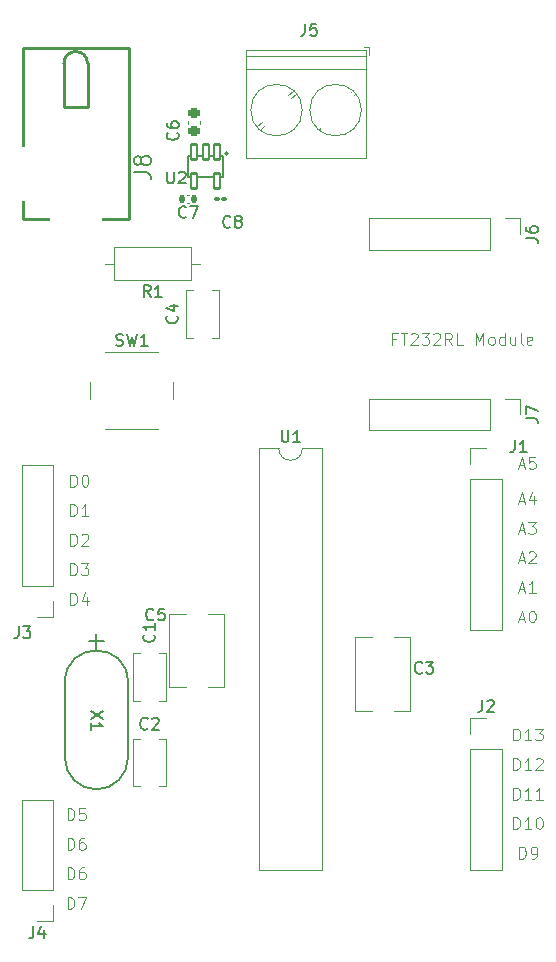
<source format=gto>
G04 #@! TF.GenerationSoftware,KiCad,Pcbnew,8.0.4*
G04 #@! TF.CreationDate,2024-11-21T22:47:59-05:00*
G04 #@! TF.ProjectId,MCU_ATMEGA328p_minimum,4d43555f-4154-44d4-9547-41333238705f,rev?*
G04 #@! TF.SameCoordinates,Original*
G04 #@! TF.FileFunction,Legend,Top*
G04 #@! TF.FilePolarity,Positive*
%FSLAX46Y46*%
G04 Gerber Fmt 4.6, Leading zero omitted, Abs format (unit mm)*
G04 Created by KiCad (PCBNEW 8.0.4) date 2024-11-21 22:47:59*
%MOMM*%
%LPD*%
G01*
G04 APERTURE LIST*
G04 Aperture macros list*
%AMRoundRect*
0 Rectangle with rounded corners*
0 $1 Rounding radius*
0 $2 $3 $4 $5 $6 $7 $8 $9 X,Y pos of 4 corners*
0 Add a 4 corners polygon primitive as box body*
4,1,4,$2,$3,$4,$5,$6,$7,$8,$9,$2,$3,0*
0 Add four circle primitives for the rounded corners*
1,1,$1+$1,$2,$3*
1,1,$1+$1,$4,$5*
1,1,$1+$1,$6,$7*
1,1,$1+$1,$8,$9*
0 Add four rect primitives between the rounded corners*
20,1,$1+$1,$2,$3,$4,$5,0*
20,1,$1+$1,$4,$5,$6,$7,0*
20,1,$1+$1,$6,$7,$8,$9,0*
20,1,$1+$1,$8,$9,$2,$3,0*%
G04 Aperture macros list end*
%ADD10C,0.100000*%
%ADD11C,0.150000*%
%ADD12C,0.120000*%
%ADD13C,0.254000*%
%ADD14C,0.127000*%
%ADD15C,0.152400*%
%ADD16RoundRect,0.100000X-0.130000X-0.100000X0.130000X-0.100000X0.130000X0.100000X-0.130000X0.100000X0*%
%ADD17R,1.700000X1.700000*%
%ADD18O,1.700000X1.700000*%
%ADD19C,4.704000*%
%ADD20C,1.600000*%
%ADD21R,2.600000X2.600000*%
%ADD22C,2.600000*%
%ADD23R,1.600000X1.600000*%
%ADD24O,1.600000X1.600000*%
%ADD25RoundRect,0.225000X0.250000X-0.225000X0.250000X0.225000X-0.250000X0.225000X-0.250000X-0.225000X0*%
%ADD26RoundRect,0.102000X0.275000X0.650000X-0.275000X0.650000X-0.275000X-0.650000X0.275000X-0.650000X0*%
%ADD27C,2.000000*%
%ADD28RoundRect,0.140000X0.140000X0.170000X-0.140000X0.170000X-0.140000X-0.170000X0.140000X-0.170000X0*%
%ADD29R,1.219200X1.219200*%
%ADD30C,1.219200*%
%ADD31C,0.600000*%
G04 APERTURE END LIST*
D10*
X111637217Y-61848609D02*
X111303884Y-61848609D01*
X111303884Y-62372419D02*
X111303884Y-61372419D01*
X111303884Y-61372419D02*
X111780074Y-61372419D01*
X112018170Y-61372419D02*
X112589598Y-61372419D01*
X112303884Y-62372419D02*
X112303884Y-61372419D01*
X112875313Y-61467657D02*
X112922932Y-61420038D01*
X112922932Y-61420038D02*
X113018170Y-61372419D01*
X113018170Y-61372419D02*
X113256265Y-61372419D01*
X113256265Y-61372419D02*
X113351503Y-61420038D01*
X113351503Y-61420038D02*
X113399122Y-61467657D01*
X113399122Y-61467657D02*
X113446741Y-61562895D01*
X113446741Y-61562895D02*
X113446741Y-61658133D01*
X113446741Y-61658133D02*
X113399122Y-61800990D01*
X113399122Y-61800990D02*
X112827694Y-62372419D01*
X112827694Y-62372419D02*
X113446741Y-62372419D01*
X113780075Y-61372419D02*
X114399122Y-61372419D01*
X114399122Y-61372419D02*
X114065789Y-61753371D01*
X114065789Y-61753371D02*
X114208646Y-61753371D01*
X114208646Y-61753371D02*
X114303884Y-61800990D01*
X114303884Y-61800990D02*
X114351503Y-61848609D01*
X114351503Y-61848609D02*
X114399122Y-61943847D01*
X114399122Y-61943847D02*
X114399122Y-62181942D01*
X114399122Y-62181942D02*
X114351503Y-62277180D01*
X114351503Y-62277180D02*
X114303884Y-62324800D01*
X114303884Y-62324800D02*
X114208646Y-62372419D01*
X114208646Y-62372419D02*
X113922932Y-62372419D01*
X113922932Y-62372419D02*
X113827694Y-62324800D01*
X113827694Y-62324800D02*
X113780075Y-62277180D01*
X114780075Y-61467657D02*
X114827694Y-61420038D01*
X114827694Y-61420038D02*
X114922932Y-61372419D01*
X114922932Y-61372419D02*
X115161027Y-61372419D01*
X115161027Y-61372419D02*
X115256265Y-61420038D01*
X115256265Y-61420038D02*
X115303884Y-61467657D01*
X115303884Y-61467657D02*
X115351503Y-61562895D01*
X115351503Y-61562895D02*
X115351503Y-61658133D01*
X115351503Y-61658133D02*
X115303884Y-61800990D01*
X115303884Y-61800990D02*
X114732456Y-62372419D01*
X114732456Y-62372419D02*
X115351503Y-62372419D01*
X116351503Y-62372419D02*
X116018170Y-61896228D01*
X115780075Y-62372419D02*
X115780075Y-61372419D01*
X115780075Y-61372419D02*
X116161027Y-61372419D01*
X116161027Y-61372419D02*
X116256265Y-61420038D01*
X116256265Y-61420038D02*
X116303884Y-61467657D01*
X116303884Y-61467657D02*
X116351503Y-61562895D01*
X116351503Y-61562895D02*
X116351503Y-61705752D01*
X116351503Y-61705752D02*
X116303884Y-61800990D01*
X116303884Y-61800990D02*
X116256265Y-61848609D01*
X116256265Y-61848609D02*
X116161027Y-61896228D01*
X116161027Y-61896228D02*
X115780075Y-61896228D01*
X117256265Y-62372419D02*
X116780075Y-62372419D01*
X116780075Y-62372419D02*
X116780075Y-61372419D01*
X118351504Y-62372419D02*
X118351504Y-61372419D01*
X118351504Y-61372419D02*
X118684837Y-62086704D01*
X118684837Y-62086704D02*
X119018170Y-61372419D01*
X119018170Y-61372419D02*
X119018170Y-62372419D01*
X119637218Y-62372419D02*
X119541980Y-62324800D01*
X119541980Y-62324800D02*
X119494361Y-62277180D01*
X119494361Y-62277180D02*
X119446742Y-62181942D01*
X119446742Y-62181942D02*
X119446742Y-61896228D01*
X119446742Y-61896228D02*
X119494361Y-61800990D01*
X119494361Y-61800990D02*
X119541980Y-61753371D01*
X119541980Y-61753371D02*
X119637218Y-61705752D01*
X119637218Y-61705752D02*
X119780075Y-61705752D01*
X119780075Y-61705752D02*
X119875313Y-61753371D01*
X119875313Y-61753371D02*
X119922932Y-61800990D01*
X119922932Y-61800990D02*
X119970551Y-61896228D01*
X119970551Y-61896228D02*
X119970551Y-62181942D01*
X119970551Y-62181942D02*
X119922932Y-62277180D01*
X119922932Y-62277180D02*
X119875313Y-62324800D01*
X119875313Y-62324800D02*
X119780075Y-62372419D01*
X119780075Y-62372419D02*
X119637218Y-62372419D01*
X120827694Y-62372419D02*
X120827694Y-61372419D01*
X120827694Y-62324800D02*
X120732456Y-62372419D01*
X120732456Y-62372419D02*
X120541980Y-62372419D01*
X120541980Y-62372419D02*
X120446742Y-62324800D01*
X120446742Y-62324800D02*
X120399123Y-62277180D01*
X120399123Y-62277180D02*
X120351504Y-62181942D01*
X120351504Y-62181942D02*
X120351504Y-61896228D01*
X120351504Y-61896228D02*
X120399123Y-61800990D01*
X120399123Y-61800990D02*
X120446742Y-61753371D01*
X120446742Y-61753371D02*
X120541980Y-61705752D01*
X120541980Y-61705752D02*
X120732456Y-61705752D01*
X120732456Y-61705752D02*
X120827694Y-61753371D01*
X121732456Y-61705752D02*
X121732456Y-62372419D01*
X121303885Y-61705752D02*
X121303885Y-62229561D01*
X121303885Y-62229561D02*
X121351504Y-62324800D01*
X121351504Y-62324800D02*
X121446742Y-62372419D01*
X121446742Y-62372419D02*
X121589599Y-62372419D01*
X121589599Y-62372419D02*
X121684837Y-62324800D01*
X121684837Y-62324800D02*
X121732456Y-62277180D01*
X122351504Y-62372419D02*
X122256266Y-62324800D01*
X122256266Y-62324800D02*
X122208647Y-62229561D01*
X122208647Y-62229561D02*
X122208647Y-61372419D01*
X123113409Y-62324800D02*
X123018171Y-62372419D01*
X123018171Y-62372419D02*
X122827695Y-62372419D01*
X122827695Y-62372419D02*
X122732457Y-62324800D01*
X122732457Y-62324800D02*
X122684838Y-62229561D01*
X122684838Y-62229561D02*
X122684838Y-61848609D01*
X122684838Y-61848609D02*
X122732457Y-61753371D01*
X122732457Y-61753371D02*
X122827695Y-61705752D01*
X122827695Y-61705752D02*
X123018171Y-61705752D01*
X123018171Y-61705752D02*
X123113409Y-61753371D01*
X123113409Y-61753371D02*
X123161028Y-61848609D01*
X123161028Y-61848609D02*
X123161028Y-61943847D01*
X123161028Y-61943847D02*
X122684838Y-62039085D01*
X84053884Y-79372419D02*
X84053884Y-78372419D01*
X84053884Y-78372419D02*
X84291979Y-78372419D01*
X84291979Y-78372419D02*
X84434836Y-78420038D01*
X84434836Y-78420038D02*
X84530074Y-78515276D01*
X84530074Y-78515276D02*
X84577693Y-78610514D01*
X84577693Y-78610514D02*
X84625312Y-78800990D01*
X84625312Y-78800990D02*
X84625312Y-78943847D01*
X84625312Y-78943847D02*
X84577693Y-79134323D01*
X84577693Y-79134323D02*
X84530074Y-79229561D01*
X84530074Y-79229561D02*
X84434836Y-79324800D01*
X84434836Y-79324800D02*
X84291979Y-79372419D01*
X84291979Y-79372419D02*
X84053884Y-79372419D01*
X85006265Y-78467657D02*
X85053884Y-78420038D01*
X85053884Y-78420038D02*
X85149122Y-78372419D01*
X85149122Y-78372419D02*
X85387217Y-78372419D01*
X85387217Y-78372419D02*
X85482455Y-78420038D01*
X85482455Y-78420038D02*
X85530074Y-78467657D01*
X85530074Y-78467657D02*
X85577693Y-78562895D01*
X85577693Y-78562895D02*
X85577693Y-78658133D01*
X85577693Y-78658133D02*
X85530074Y-78800990D01*
X85530074Y-78800990D02*
X84958646Y-79372419D01*
X84958646Y-79372419D02*
X85577693Y-79372419D01*
X122006265Y-78086704D02*
X122482455Y-78086704D01*
X121911027Y-78372419D02*
X122244360Y-77372419D01*
X122244360Y-77372419D02*
X122577693Y-78372419D01*
X122815789Y-77372419D02*
X123434836Y-77372419D01*
X123434836Y-77372419D02*
X123101503Y-77753371D01*
X123101503Y-77753371D02*
X123244360Y-77753371D01*
X123244360Y-77753371D02*
X123339598Y-77800990D01*
X123339598Y-77800990D02*
X123387217Y-77848609D01*
X123387217Y-77848609D02*
X123434836Y-77943847D01*
X123434836Y-77943847D02*
X123434836Y-78181942D01*
X123434836Y-78181942D02*
X123387217Y-78277180D01*
X123387217Y-78277180D02*
X123339598Y-78324800D01*
X123339598Y-78324800D02*
X123244360Y-78372419D01*
X123244360Y-78372419D02*
X122958646Y-78372419D01*
X122958646Y-78372419D02*
X122863408Y-78324800D01*
X122863408Y-78324800D02*
X122815789Y-78277180D01*
X122006265Y-80586704D02*
X122482455Y-80586704D01*
X121911027Y-80872419D02*
X122244360Y-79872419D01*
X122244360Y-79872419D02*
X122577693Y-80872419D01*
X122863408Y-79967657D02*
X122911027Y-79920038D01*
X122911027Y-79920038D02*
X123006265Y-79872419D01*
X123006265Y-79872419D02*
X123244360Y-79872419D01*
X123244360Y-79872419D02*
X123339598Y-79920038D01*
X123339598Y-79920038D02*
X123387217Y-79967657D01*
X123387217Y-79967657D02*
X123434836Y-80062895D01*
X123434836Y-80062895D02*
X123434836Y-80158133D01*
X123434836Y-80158133D02*
X123387217Y-80300990D01*
X123387217Y-80300990D02*
X122815789Y-80872419D01*
X122815789Y-80872419D02*
X123434836Y-80872419D01*
X84053884Y-76872419D02*
X84053884Y-75872419D01*
X84053884Y-75872419D02*
X84291979Y-75872419D01*
X84291979Y-75872419D02*
X84434836Y-75920038D01*
X84434836Y-75920038D02*
X84530074Y-76015276D01*
X84530074Y-76015276D02*
X84577693Y-76110514D01*
X84577693Y-76110514D02*
X84625312Y-76300990D01*
X84625312Y-76300990D02*
X84625312Y-76443847D01*
X84625312Y-76443847D02*
X84577693Y-76634323D01*
X84577693Y-76634323D02*
X84530074Y-76729561D01*
X84530074Y-76729561D02*
X84434836Y-76824800D01*
X84434836Y-76824800D02*
X84291979Y-76872419D01*
X84291979Y-76872419D02*
X84053884Y-76872419D01*
X85577693Y-76872419D02*
X85006265Y-76872419D01*
X85291979Y-76872419D02*
X85291979Y-75872419D01*
X85291979Y-75872419D02*
X85196741Y-76015276D01*
X85196741Y-76015276D02*
X85101503Y-76110514D01*
X85101503Y-76110514D02*
X85006265Y-76158133D01*
X121553884Y-100872419D02*
X121553884Y-99872419D01*
X121553884Y-99872419D02*
X121791979Y-99872419D01*
X121791979Y-99872419D02*
X121934836Y-99920038D01*
X121934836Y-99920038D02*
X122030074Y-100015276D01*
X122030074Y-100015276D02*
X122077693Y-100110514D01*
X122077693Y-100110514D02*
X122125312Y-100300990D01*
X122125312Y-100300990D02*
X122125312Y-100443847D01*
X122125312Y-100443847D02*
X122077693Y-100634323D01*
X122077693Y-100634323D02*
X122030074Y-100729561D01*
X122030074Y-100729561D02*
X121934836Y-100824800D01*
X121934836Y-100824800D02*
X121791979Y-100872419D01*
X121791979Y-100872419D02*
X121553884Y-100872419D01*
X123077693Y-100872419D02*
X122506265Y-100872419D01*
X122791979Y-100872419D02*
X122791979Y-99872419D01*
X122791979Y-99872419D02*
X122696741Y-100015276D01*
X122696741Y-100015276D02*
X122601503Y-100110514D01*
X122601503Y-100110514D02*
X122506265Y-100158133D01*
X124030074Y-100872419D02*
X123458646Y-100872419D01*
X123744360Y-100872419D02*
X123744360Y-99872419D01*
X123744360Y-99872419D02*
X123649122Y-100015276D01*
X123649122Y-100015276D02*
X123553884Y-100110514D01*
X123553884Y-100110514D02*
X123458646Y-100158133D01*
X83803884Y-110122419D02*
X83803884Y-109122419D01*
X83803884Y-109122419D02*
X84041979Y-109122419D01*
X84041979Y-109122419D02*
X84184836Y-109170038D01*
X84184836Y-109170038D02*
X84280074Y-109265276D01*
X84280074Y-109265276D02*
X84327693Y-109360514D01*
X84327693Y-109360514D02*
X84375312Y-109550990D01*
X84375312Y-109550990D02*
X84375312Y-109693847D01*
X84375312Y-109693847D02*
X84327693Y-109884323D01*
X84327693Y-109884323D02*
X84280074Y-109979561D01*
X84280074Y-109979561D02*
X84184836Y-110074800D01*
X84184836Y-110074800D02*
X84041979Y-110122419D01*
X84041979Y-110122419D02*
X83803884Y-110122419D01*
X84708646Y-109122419D02*
X85375312Y-109122419D01*
X85375312Y-109122419D02*
X84946741Y-110122419D01*
X83803884Y-107622419D02*
X83803884Y-106622419D01*
X83803884Y-106622419D02*
X84041979Y-106622419D01*
X84041979Y-106622419D02*
X84184836Y-106670038D01*
X84184836Y-106670038D02*
X84280074Y-106765276D01*
X84280074Y-106765276D02*
X84327693Y-106860514D01*
X84327693Y-106860514D02*
X84375312Y-107050990D01*
X84375312Y-107050990D02*
X84375312Y-107193847D01*
X84375312Y-107193847D02*
X84327693Y-107384323D01*
X84327693Y-107384323D02*
X84280074Y-107479561D01*
X84280074Y-107479561D02*
X84184836Y-107574800D01*
X84184836Y-107574800D02*
X84041979Y-107622419D01*
X84041979Y-107622419D02*
X83803884Y-107622419D01*
X85232455Y-106622419D02*
X85041979Y-106622419D01*
X85041979Y-106622419D02*
X84946741Y-106670038D01*
X84946741Y-106670038D02*
X84899122Y-106717657D01*
X84899122Y-106717657D02*
X84803884Y-106860514D01*
X84803884Y-106860514D02*
X84756265Y-107050990D01*
X84756265Y-107050990D02*
X84756265Y-107431942D01*
X84756265Y-107431942D02*
X84803884Y-107527180D01*
X84803884Y-107527180D02*
X84851503Y-107574800D01*
X84851503Y-107574800D02*
X84946741Y-107622419D01*
X84946741Y-107622419D02*
X85137217Y-107622419D01*
X85137217Y-107622419D02*
X85232455Y-107574800D01*
X85232455Y-107574800D02*
X85280074Y-107527180D01*
X85280074Y-107527180D02*
X85327693Y-107431942D01*
X85327693Y-107431942D02*
X85327693Y-107193847D01*
X85327693Y-107193847D02*
X85280074Y-107098609D01*
X85280074Y-107098609D02*
X85232455Y-107050990D01*
X85232455Y-107050990D02*
X85137217Y-107003371D01*
X85137217Y-107003371D02*
X84946741Y-107003371D01*
X84946741Y-107003371D02*
X84851503Y-107050990D01*
X84851503Y-107050990D02*
X84803884Y-107098609D01*
X84803884Y-107098609D02*
X84756265Y-107193847D01*
X122006265Y-75586704D02*
X122482455Y-75586704D01*
X121911027Y-75872419D02*
X122244360Y-74872419D01*
X122244360Y-74872419D02*
X122577693Y-75872419D01*
X123339598Y-75205752D02*
X123339598Y-75872419D01*
X123101503Y-74824800D02*
X122863408Y-75539085D01*
X122863408Y-75539085D02*
X123482455Y-75539085D01*
X122006265Y-83086704D02*
X122482455Y-83086704D01*
X121911027Y-83372419D02*
X122244360Y-82372419D01*
X122244360Y-82372419D02*
X122577693Y-83372419D01*
X123434836Y-83372419D02*
X122863408Y-83372419D01*
X123149122Y-83372419D02*
X123149122Y-82372419D01*
X123149122Y-82372419D02*
X123053884Y-82515276D01*
X123053884Y-82515276D02*
X122958646Y-82610514D01*
X122958646Y-82610514D02*
X122863408Y-82658133D01*
X122006265Y-85586704D02*
X122482455Y-85586704D01*
X121911027Y-85872419D02*
X122244360Y-84872419D01*
X122244360Y-84872419D02*
X122577693Y-85872419D01*
X123101503Y-84872419D02*
X123196741Y-84872419D01*
X123196741Y-84872419D02*
X123291979Y-84920038D01*
X123291979Y-84920038D02*
X123339598Y-84967657D01*
X123339598Y-84967657D02*
X123387217Y-85062895D01*
X123387217Y-85062895D02*
X123434836Y-85253371D01*
X123434836Y-85253371D02*
X123434836Y-85491466D01*
X123434836Y-85491466D02*
X123387217Y-85681942D01*
X123387217Y-85681942D02*
X123339598Y-85777180D01*
X123339598Y-85777180D02*
X123291979Y-85824800D01*
X123291979Y-85824800D02*
X123196741Y-85872419D01*
X123196741Y-85872419D02*
X123101503Y-85872419D01*
X123101503Y-85872419D02*
X123006265Y-85824800D01*
X123006265Y-85824800D02*
X122958646Y-85777180D01*
X122958646Y-85777180D02*
X122911027Y-85681942D01*
X122911027Y-85681942D02*
X122863408Y-85491466D01*
X122863408Y-85491466D02*
X122863408Y-85253371D01*
X122863408Y-85253371D02*
X122911027Y-85062895D01*
X122911027Y-85062895D02*
X122958646Y-84967657D01*
X122958646Y-84967657D02*
X123006265Y-84920038D01*
X123006265Y-84920038D02*
X123101503Y-84872419D01*
X83803884Y-105122419D02*
X83803884Y-104122419D01*
X83803884Y-104122419D02*
X84041979Y-104122419D01*
X84041979Y-104122419D02*
X84184836Y-104170038D01*
X84184836Y-104170038D02*
X84280074Y-104265276D01*
X84280074Y-104265276D02*
X84327693Y-104360514D01*
X84327693Y-104360514D02*
X84375312Y-104550990D01*
X84375312Y-104550990D02*
X84375312Y-104693847D01*
X84375312Y-104693847D02*
X84327693Y-104884323D01*
X84327693Y-104884323D02*
X84280074Y-104979561D01*
X84280074Y-104979561D02*
X84184836Y-105074800D01*
X84184836Y-105074800D02*
X84041979Y-105122419D01*
X84041979Y-105122419D02*
X83803884Y-105122419D01*
X85232455Y-104122419D02*
X85041979Y-104122419D01*
X85041979Y-104122419D02*
X84946741Y-104170038D01*
X84946741Y-104170038D02*
X84899122Y-104217657D01*
X84899122Y-104217657D02*
X84803884Y-104360514D01*
X84803884Y-104360514D02*
X84756265Y-104550990D01*
X84756265Y-104550990D02*
X84756265Y-104931942D01*
X84756265Y-104931942D02*
X84803884Y-105027180D01*
X84803884Y-105027180D02*
X84851503Y-105074800D01*
X84851503Y-105074800D02*
X84946741Y-105122419D01*
X84946741Y-105122419D02*
X85137217Y-105122419D01*
X85137217Y-105122419D02*
X85232455Y-105074800D01*
X85232455Y-105074800D02*
X85280074Y-105027180D01*
X85280074Y-105027180D02*
X85327693Y-104931942D01*
X85327693Y-104931942D02*
X85327693Y-104693847D01*
X85327693Y-104693847D02*
X85280074Y-104598609D01*
X85280074Y-104598609D02*
X85232455Y-104550990D01*
X85232455Y-104550990D02*
X85137217Y-104503371D01*
X85137217Y-104503371D02*
X84946741Y-104503371D01*
X84946741Y-104503371D02*
X84851503Y-104550990D01*
X84851503Y-104550990D02*
X84803884Y-104598609D01*
X84803884Y-104598609D02*
X84756265Y-104693847D01*
X122053884Y-105872419D02*
X122053884Y-104872419D01*
X122053884Y-104872419D02*
X122291979Y-104872419D01*
X122291979Y-104872419D02*
X122434836Y-104920038D01*
X122434836Y-104920038D02*
X122530074Y-105015276D01*
X122530074Y-105015276D02*
X122577693Y-105110514D01*
X122577693Y-105110514D02*
X122625312Y-105300990D01*
X122625312Y-105300990D02*
X122625312Y-105443847D01*
X122625312Y-105443847D02*
X122577693Y-105634323D01*
X122577693Y-105634323D02*
X122530074Y-105729561D01*
X122530074Y-105729561D02*
X122434836Y-105824800D01*
X122434836Y-105824800D02*
X122291979Y-105872419D01*
X122291979Y-105872419D02*
X122053884Y-105872419D01*
X123101503Y-105872419D02*
X123291979Y-105872419D01*
X123291979Y-105872419D02*
X123387217Y-105824800D01*
X123387217Y-105824800D02*
X123434836Y-105777180D01*
X123434836Y-105777180D02*
X123530074Y-105634323D01*
X123530074Y-105634323D02*
X123577693Y-105443847D01*
X123577693Y-105443847D02*
X123577693Y-105062895D01*
X123577693Y-105062895D02*
X123530074Y-104967657D01*
X123530074Y-104967657D02*
X123482455Y-104920038D01*
X123482455Y-104920038D02*
X123387217Y-104872419D01*
X123387217Y-104872419D02*
X123196741Y-104872419D01*
X123196741Y-104872419D02*
X123101503Y-104920038D01*
X123101503Y-104920038D02*
X123053884Y-104967657D01*
X123053884Y-104967657D02*
X123006265Y-105062895D01*
X123006265Y-105062895D02*
X123006265Y-105300990D01*
X123006265Y-105300990D02*
X123053884Y-105396228D01*
X123053884Y-105396228D02*
X123101503Y-105443847D01*
X123101503Y-105443847D02*
X123196741Y-105491466D01*
X123196741Y-105491466D02*
X123387217Y-105491466D01*
X123387217Y-105491466D02*
X123482455Y-105443847D01*
X123482455Y-105443847D02*
X123530074Y-105396228D01*
X123530074Y-105396228D02*
X123577693Y-105300990D01*
X84053884Y-81872419D02*
X84053884Y-80872419D01*
X84053884Y-80872419D02*
X84291979Y-80872419D01*
X84291979Y-80872419D02*
X84434836Y-80920038D01*
X84434836Y-80920038D02*
X84530074Y-81015276D01*
X84530074Y-81015276D02*
X84577693Y-81110514D01*
X84577693Y-81110514D02*
X84625312Y-81300990D01*
X84625312Y-81300990D02*
X84625312Y-81443847D01*
X84625312Y-81443847D02*
X84577693Y-81634323D01*
X84577693Y-81634323D02*
X84530074Y-81729561D01*
X84530074Y-81729561D02*
X84434836Y-81824800D01*
X84434836Y-81824800D02*
X84291979Y-81872419D01*
X84291979Y-81872419D02*
X84053884Y-81872419D01*
X84958646Y-80872419D02*
X85577693Y-80872419D01*
X85577693Y-80872419D02*
X85244360Y-81253371D01*
X85244360Y-81253371D02*
X85387217Y-81253371D01*
X85387217Y-81253371D02*
X85482455Y-81300990D01*
X85482455Y-81300990D02*
X85530074Y-81348609D01*
X85530074Y-81348609D02*
X85577693Y-81443847D01*
X85577693Y-81443847D02*
X85577693Y-81681942D01*
X85577693Y-81681942D02*
X85530074Y-81777180D01*
X85530074Y-81777180D02*
X85482455Y-81824800D01*
X85482455Y-81824800D02*
X85387217Y-81872419D01*
X85387217Y-81872419D02*
X85101503Y-81872419D01*
X85101503Y-81872419D02*
X85006265Y-81824800D01*
X85006265Y-81824800D02*
X84958646Y-81777180D01*
X121553884Y-95872419D02*
X121553884Y-94872419D01*
X121553884Y-94872419D02*
X121791979Y-94872419D01*
X121791979Y-94872419D02*
X121934836Y-94920038D01*
X121934836Y-94920038D02*
X122030074Y-95015276D01*
X122030074Y-95015276D02*
X122077693Y-95110514D01*
X122077693Y-95110514D02*
X122125312Y-95300990D01*
X122125312Y-95300990D02*
X122125312Y-95443847D01*
X122125312Y-95443847D02*
X122077693Y-95634323D01*
X122077693Y-95634323D02*
X122030074Y-95729561D01*
X122030074Y-95729561D02*
X121934836Y-95824800D01*
X121934836Y-95824800D02*
X121791979Y-95872419D01*
X121791979Y-95872419D02*
X121553884Y-95872419D01*
X123077693Y-95872419D02*
X122506265Y-95872419D01*
X122791979Y-95872419D02*
X122791979Y-94872419D01*
X122791979Y-94872419D02*
X122696741Y-95015276D01*
X122696741Y-95015276D02*
X122601503Y-95110514D01*
X122601503Y-95110514D02*
X122506265Y-95158133D01*
X123411027Y-94872419D02*
X124030074Y-94872419D01*
X124030074Y-94872419D02*
X123696741Y-95253371D01*
X123696741Y-95253371D02*
X123839598Y-95253371D01*
X123839598Y-95253371D02*
X123934836Y-95300990D01*
X123934836Y-95300990D02*
X123982455Y-95348609D01*
X123982455Y-95348609D02*
X124030074Y-95443847D01*
X124030074Y-95443847D02*
X124030074Y-95681942D01*
X124030074Y-95681942D02*
X123982455Y-95777180D01*
X123982455Y-95777180D02*
X123934836Y-95824800D01*
X123934836Y-95824800D02*
X123839598Y-95872419D01*
X123839598Y-95872419D02*
X123553884Y-95872419D01*
X123553884Y-95872419D02*
X123458646Y-95824800D01*
X123458646Y-95824800D02*
X123411027Y-95777180D01*
X84053884Y-84372419D02*
X84053884Y-83372419D01*
X84053884Y-83372419D02*
X84291979Y-83372419D01*
X84291979Y-83372419D02*
X84434836Y-83420038D01*
X84434836Y-83420038D02*
X84530074Y-83515276D01*
X84530074Y-83515276D02*
X84577693Y-83610514D01*
X84577693Y-83610514D02*
X84625312Y-83800990D01*
X84625312Y-83800990D02*
X84625312Y-83943847D01*
X84625312Y-83943847D02*
X84577693Y-84134323D01*
X84577693Y-84134323D02*
X84530074Y-84229561D01*
X84530074Y-84229561D02*
X84434836Y-84324800D01*
X84434836Y-84324800D02*
X84291979Y-84372419D01*
X84291979Y-84372419D02*
X84053884Y-84372419D01*
X85482455Y-83705752D02*
X85482455Y-84372419D01*
X85244360Y-83324800D02*
X85006265Y-84039085D01*
X85006265Y-84039085D02*
X85625312Y-84039085D01*
X121553884Y-103372419D02*
X121553884Y-102372419D01*
X121553884Y-102372419D02*
X121791979Y-102372419D01*
X121791979Y-102372419D02*
X121934836Y-102420038D01*
X121934836Y-102420038D02*
X122030074Y-102515276D01*
X122030074Y-102515276D02*
X122077693Y-102610514D01*
X122077693Y-102610514D02*
X122125312Y-102800990D01*
X122125312Y-102800990D02*
X122125312Y-102943847D01*
X122125312Y-102943847D02*
X122077693Y-103134323D01*
X122077693Y-103134323D02*
X122030074Y-103229561D01*
X122030074Y-103229561D02*
X121934836Y-103324800D01*
X121934836Y-103324800D02*
X121791979Y-103372419D01*
X121791979Y-103372419D02*
X121553884Y-103372419D01*
X123077693Y-103372419D02*
X122506265Y-103372419D01*
X122791979Y-103372419D02*
X122791979Y-102372419D01*
X122791979Y-102372419D02*
X122696741Y-102515276D01*
X122696741Y-102515276D02*
X122601503Y-102610514D01*
X122601503Y-102610514D02*
X122506265Y-102658133D01*
X123696741Y-102372419D02*
X123791979Y-102372419D01*
X123791979Y-102372419D02*
X123887217Y-102420038D01*
X123887217Y-102420038D02*
X123934836Y-102467657D01*
X123934836Y-102467657D02*
X123982455Y-102562895D01*
X123982455Y-102562895D02*
X124030074Y-102753371D01*
X124030074Y-102753371D02*
X124030074Y-102991466D01*
X124030074Y-102991466D02*
X123982455Y-103181942D01*
X123982455Y-103181942D02*
X123934836Y-103277180D01*
X123934836Y-103277180D02*
X123887217Y-103324800D01*
X123887217Y-103324800D02*
X123791979Y-103372419D01*
X123791979Y-103372419D02*
X123696741Y-103372419D01*
X123696741Y-103372419D02*
X123601503Y-103324800D01*
X123601503Y-103324800D02*
X123553884Y-103277180D01*
X123553884Y-103277180D02*
X123506265Y-103181942D01*
X123506265Y-103181942D02*
X123458646Y-102991466D01*
X123458646Y-102991466D02*
X123458646Y-102753371D01*
X123458646Y-102753371D02*
X123506265Y-102562895D01*
X123506265Y-102562895D02*
X123553884Y-102467657D01*
X123553884Y-102467657D02*
X123601503Y-102420038D01*
X123601503Y-102420038D02*
X123696741Y-102372419D01*
X122006265Y-72586704D02*
X122482455Y-72586704D01*
X121911027Y-72872419D02*
X122244360Y-71872419D01*
X122244360Y-71872419D02*
X122577693Y-72872419D01*
X123387217Y-71872419D02*
X122911027Y-71872419D01*
X122911027Y-71872419D02*
X122863408Y-72348609D01*
X122863408Y-72348609D02*
X122911027Y-72300990D01*
X122911027Y-72300990D02*
X123006265Y-72253371D01*
X123006265Y-72253371D02*
X123244360Y-72253371D01*
X123244360Y-72253371D02*
X123339598Y-72300990D01*
X123339598Y-72300990D02*
X123387217Y-72348609D01*
X123387217Y-72348609D02*
X123434836Y-72443847D01*
X123434836Y-72443847D02*
X123434836Y-72681942D01*
X123434836Y-72681942D02*
X123387217Y-72777180D01*
X123387217Y-72777180D02*
X123339598Y-72824800D01*
X123339598Y-72824800D02*
X123244360Y-72872419D01*
X123244360Y-72872419D02*
X123006265Y-72872419D01*
X123006265Y-72872419D02*
X122911027Y-72824800D01*
X122911027Y-72824800D02*
X122863408Y-72777180D01*
X84053884Y-74372419D02*
X84053884Y-73372419D01*
X84053884Y-73372419D02*
X84291979Y-73372419D01*
X84291979Y-73372419D02*
X84434836Y-73420038D01*
X84434836Y-73420038D02*
X84530074Y-73515276D01*
X84530074Y-73515276D02*
X84577693Y-73610514D01*
X84577693Y-73610514D02*
X84625312Y-73800990D01*
X84625312Y-73800990D02*
X84625312Y-73943847D01*
X84625312Y-73943847D02*
X84577693Y-74134323D01*
X84577693Y-74134323D02*
X84530074Y-74229561D01*
X84530074Y-74229561D02*
X84434836Y-74324800D01*
X84434836Y-74324800D02*
X84291979Y-74372419D01*
X84291979Y-74372419D02*
X84053884Y-74372419D01*
X85244360Y-73372419D02*
X85339598Y-73372419D01*
X85339598Y-73372419D02*
X85434836Y-73420038D01*
X85434836Y-73420038D02*
X85482455Y-73467657D01*
X85482455Y-73467657D02*
X85530074Y-73562895D01*
X85530074Y-73562895D02*
X85577693Y-73753371D01*
X85577693Y-73753371D02*
X85577693Y-73991466D01*
X85577693Y-73991466D02*
X85530074Y-74181942D01*
X85530074Y-74181942D02*
X85482455Y-74277180D01*
X85482455Y-74277180D02*
X85434836Y-74324800D01*
X85434836Y-74324800D02*
X85339598Y-74372419D01*
X85339598Y-74372419D02*
X85244360Y-74372419D01*
X85244360Y-74372419D02*
X85149122Y-74324800D01*
X85149122Y-74324800D02*
X85101503Y-74277180D01*
X85101503Y-74277180D02*
X85053884Y-74181942D01*
X85053884Y-74181942D02*
X85006265Y-73991466D01*
X85006265Y-73991466D02*
X85006265Y-73753371D01*
X85006265Y-73753371D02*
X85053884Y-73562895D01*
X85053884Y-73562895D02*
X85101503Y-73467657D01*
X85101503Y-73467657D02*
X85149122Y-73420038D01*
X85149122Y-73420038D02*
X85244360Y-73372419D01*
X83803884Y-102622419D02*
X83803884Y-101622419D01*
X83803884Y-101622419D02*
X84041979Y-101622419D01*
X84041979Y-101622419D02*
X84184836Y-101670038D01*
X84184836Y-101670038D02*
X84280074Y-101765276D01*
X84280074Y-101765276D02*
X84327693Y-101860514D01*
X84327693Y-101860514D02*
X84375312Y-102050990D01*
X84375312Y-102050990D02*
X84375312Y-102193847D01*
X84375312Y-102193847D02*
X84327693Y-102384323D01*
X84327693Y-102384323D02*
X84280074Y-102479561D01*
X84280074Y-102479561D02*
X84184836Y-102574800D01*
X84184836Y-102574800D02*
X84041979Y-102622419D01*
X84041979Y-102622419D02*
X83803884Y-102622419D01*
X85280074Y-101622419D02*
X84803884Y-101622419D01*
X84803884Y-101622419D02*
X84756265Y-102098609D01*
X84756265Y-102098609D02*
X84803884Y-102050990D01*
X84803884Y-102050990D02*
X84899122Y-102003371D01*
X84899122Y-102003371D02*
X85137217Y-102003371D01*
X85137217Y-102003371D02*
X85232455Y-102050990D01*
X85232455Y-102050990D02*
X85280074Y-102098609D01*
X85280074Y-102098609D02*
X85327693Y-102193847D01*
X85327693Y-102193847D02*
X85327693Y-102431942D01*
X85327693Y-102431942D02*
X85280074Y-102527180D01*
X85280074Y-102527180D02*
X85232455Y-102574800D01*
X85232455Y-102574800D02*
X85137217Y-102622419D01*
X85137217Y-102622419D02*
X84899122Y-102622419D01*
X84899122Y-102622419D02*
X84803884Y-102574800D01*
X84803884Y-102574800D02*
X84756265Y-102527180D01*
X121553884Y-98372419D02*
X121553884Y-97372419D01*
X121553884Y-97372419D02*
X121791979Y-97372419D01*
X121791979Y-97372419D02*
X121934836Y-97420038D01*
X121934836Y-97420038D02*
X122030074Y-97515276D01*
X122030074Y-97515276D02*
X122077693Y-97610514D01*
X122077693Y-97610514D02*
X122125312Y-97800990D01*
X122125312Y-97800990D02*
X122125312Y-97943847D01*
X122125312Y-97943847D02*
X122077693Y-98134323D01*
X122077693Y-98134323D02*
X122030074Y-98229561D01*
X122030074Y-98229561D02*
X121934836Y-98324800D01*
X121934836Y-98324800D02*
X121791979Y-98372419D01*
X121791979Y-98372419D02*
X121553884Y-98372419D01*
X123077693Y-98372419D02*
X122506265Y-98372419D01*
X122791979Y-98372419D02*
X122791979Y-97372419D01*
X122791979Y-97372419D02*
X122696741Y-97515276D01*
X122696741Y-97515276D02*
X122601503Y-97610514D01*
X122601503Y-97610514D02*
X122506265Y-97658133D01*
X123458646Y-97467657D02*
X123506265Y-97420038D01*
X123506265Y-97420038D02*
X123601503Y-97372419D01*
X123601503Y-97372419D02*
X123839598Y-97372419D01*
X123839598Y-97372419D02*
X123934836Y-97420038D01*
X123934836Y-97420038D02*
X123982455Y-97467657D01*
X123982455Y-97467657D02*
X124030074Y-97562895D01*
X124030074Y-97562895D02*
X124030074Y-97658133D01*
X124030074Y-97658133D02*
X123982455Y-97800990D01*
X123982455Y-97800990D02*
X123411027Y-98372419D01*
X123411027Y-98372419D02*
X124030074Y-98372419D01*
D11*
X97583333Y-52359580D02*
X97535714Y-52407200D01*
X97535714Y-52407200D02*
X97392857Y-52454819D01*
X97392857Y-52454819D02*
X97297619Y-52454819D01*
X97297619Y-52454819D02*
X97154762Y-52407200D01*
X97154762Y-52407200D02*
X97059524Y-52311961D01*
X97059524Y-52311961D02*
X97011905Y-52216723D01*
X97011905Y-52216723D02*
X96964286Y-52026247D01*
X96964286Y-52026247D02*
X96964286Y-51883390D01*
X96964286Y-51883390D02*
X97011905Y-51692914D01*
X97011905Y-51692914D02*
X97059524Y-51597676D01*
X97059524Y-51597676D02*
X97154762Y-51502438D01*
X97154762Y-51502438D02*
X97297619Y-51454819D01*
X97297619Y-51454819D02*
X97392857Y-51454819D01*
X97392857Y-51454819D02*
X97535714Y-51502438D01*
X97535714Y-51502438D02*
X97583333Y-51550057D01*
X98154762Y-51883390D02*
X98059524Y-51835771D01*
X98059524Y-51835771D02*
X98011905Y-51788152D01*
X98011905Y-51788152D02*
X97964286Y-51692914D01*
X97964286Y-51692914D02*
X97964286Y-51645295D01*
X97964286Y-51645295D02*
X98011905Y-51550057D01*
X98011905Y-51550057D02*
X98059524Y-51502438D01*
X98059524Y-51502438D02*
X98154762Y-51454819D01*
X98154762Y-51454819D02*
X98345238Y-51454819D01*
X98345238Y-51454819D02*
X98440476Y-51502438D01*
X98440476Y-51502438D02*
X98488095Y-51550057D01*
X98488095Y-51550057D02*
X98535714Y-51645295D01*
X98535714Y-51645295D02*
X98535714Y-51692914D01*
X98535714Y-51692914D02*
X98488095Y-51788152D01*
X98488095Y-51788152D02*
X98440476Y-51835771D01*
X98440476Y-51835771D02*
X98345238Y-51883390D01*
X98345238Y-51883390D02*
X98154762Y-51883390D01*
X98154762Y-51883390D02*
X98059524Y-51931009D01*
X98059524Y-51931009D02*
X98011905Y-51978628D01*
X98011905Y-51978628D02*
X97964286Y-52073866D01*
X97964286Y-52073866D02*
X97964286Y-52264342D01*
X97964286Y-52264342D02*
X98011905Y-52359580D01*
X98011905Y-52359580D02*
X98059524Y-52407200D01*
X98059524Y-52407200D02*
X98154762Y-52454819D01*
X98154762Y-52454819D02*
X98345238Y-52454819D01*
X98345238Y-52454819D02*
X98440476Y-52407200D01*
X98440476Y-52407200D02*
X98488095Y-52359580D01*
X98488095Y-52359580D02*
X98535714Y-52264342D01*
X98535714Y-52264342D02*
X98535714Y-52073866D01*
X98535714Y-52073866D02*
X98488095Y-51978628D01*
X98488095Y-51978628D02*
X98440476Y-51931009D01*
X98440476Y-51931009D02*
X98345238Y-51883390D01*
X122609819Y-53333333D02*
X123324104Y-53333333D01*
X123324104Y-53333333D02*
X123466961Y-53380952D01*
X123466961Y-53380952D02*
X123562200Y-53476190D01*
X123562200Y-53476190D02*
X123609819Y-53619047D01*
X123609819Y-53619047D02*
X123609819Y-53714285D01*
X122609819Y-52428571D02*
X122609819Y-52619047D01*
X122609819Y-52619047D02*
X122657438Y-52714285D01*
X122657438Y-52714285D02*
X122705057Y-52761904D01*
X122705057Y-52761904D02*
X122847914Y-52857142D01*
X122847914Y-52857142D02*
X123038390Y-52904761D01*
X123038390Y-52904761D02*
X123419342Y-52904761D01*
X123419342Y-52904761D02*
X123514580Y-52857142D01*
X123514580Y-52857142D02*
X123562200Y-52809523D01*
X123562200Y-52809523D02*
X123609819Y-52714285D01*
X123609819Y-52714285D02*
X123609819Y-52523809D01*
X123609819Y-52523809D02*
X123562200Y-52428571D01*
X123562200Y-52428571D02*
X123514580Y-52380952D01*
X123514580Y-52380952D02*
X123419342Y-52333333D01*
X123419342Y-52333333D02*
X123181247Y-52333333D01*
X123181247Y-52333333D02*
X123086009Y-52380952D01*
X123086009Y-52380952D02*
X123038390Y-52428571D01*
X123038390Y-52428571D02*
X122990771Y-52523809D01*
X122990771Y-52523809D02*
X122990771Y-52714285D01*
X122990771Y-52714285D02*
X123038390Y-52809523D01*
X123038390Y-52809523D02*
X123086009Y-52857142D01*
X123086009Y-52857142D02*
X123181247Y-52904761D01*
X89450866Y-47771666D02*
X90450866Y-47771666D01*
X90450866Y-47771666D02*
X90650866Y-47838333D01*
X90650866Y-47838333D02*
X90784200Y-47971666D01*
X90784200Y-47971666D02*
X90850866Y-48171666D01*
X90850866Y-48171666D02*
X90850866Y-48305000D01*
X90050866Y-46904999D02*
X89984200Y-47038333D01*
X89984200Y-47038333D02*
X89917533Y-47104999D01*
X89917533Y-47104999D02*
X89784200Y-47171666D01*
X89784200Y-47171666D02*
X89717533Y-47171666D01*
X89717533Y-47171666D02*
X89584200Y-47104999D01*
X89584200Y-47104999D02*
X89517533Y-47038333D01*
X89517533Y-47038333D02*
X89450866Y-46904999D01*
X89450866Y-46904999D02*
X89450866Y-46638333D01*
X89450866Y-46638333D02*
X89517533Y-46504999D01*
X89517533Y-46504999D02*
X89584200Y-46438333D01*
X89584200Y-46438333D02*
X89717533Y-46371666D01*
X89717533Y-46371666D02*
X89784200Y-46371666D01*
X89784200Y-46371666D02*
X89917533Y-46438333D01*
X89917533Y-46438333D02*
X89984200Y-46504999D01*
X89984200Y-46504999D02*
X90050866Y-46638333D01*
X90050866Y-46638333D02*
X90050866Y-46904999D01*
X90050866Y-46904999D02*
X90117533Y-47038333D01*
X90117533Y-47038333D02*
X90184200Y-47104999D01*
X90184200Y-47104999D02*
X90317533Y-47171666D01*
X90317533Y-47171666D02*
X90584200Y-47171666D01*
X90584200Y-47171666D02*
X90717533Y-47104999D01*
X90717533Y-47104999D02*
X90784200Y-47038333D01*
X90784200Y-47038333D02*
X90850866Y-46904999D01*
X90850866Y-46904999D02*
X90850866Y-46638333D01*
X90850866Y-46638333D02*
X90784200Y-46504999D01*
X90784200Y-46504999D02*
X90717533Y-46438333D01*
X90717533Y-46438333D02*
X90584200Y-46371666D01*
X90584200Y-46371666D02*
X90317533Y-46371666D01*
X90317533Y-46371666D02*
X90184200Y-46438333D01*
X90184200Y-46438333D02*
X90117533Y-46504999D01*
X90117533Y-46504999D02*
X90050866Y-46638333D01*
X122609819Y-68583333D02*
X123324104Y-68583333D01*
X123324104Y-68583333D02*
X123466961Y-68630952D01*
X123466961Y-68630952D02*
X123562200Y-68726190D01*
X123562200Y-68726190D02*
X123609819Y-68869047D01*
X123609819Y-68869047D02*
X123609819Y-68964285D01*
X122609819Y-68202380D02*
X122609819Y-67535714D01*
X122609819Y-67535714D02*
X123609819Y-67964285D01*
X90583333Y-94859580D02*
X90535714Y-94907200D01*
X90535714Y-94907200D02*
X90392857Y-94954819D01*
X90392857Y-94954819D02*
X90297619Y-94954819D01*
X90297619Y-94954819D02*
X90154762Y-94907200D01*
X90154762Y-94907200D02*
X90059524Y-94811961D01*
X90059524Y-94811961D02*
X90011905Y-94716723D01*
X90011905Y-94716723D02*
X89964286Y-94526247D01*
X89964286Y-94526247D02*
X89964286Y-94383390D01*
X89964286Y-94383390D02*
X90011905Y-94192914D01*
X90011905Y-94192914D02*
X90059524Y-94097676D01*
X90059524Y-94097676D02*
X90154762Y-94002438D01*
X90154762Y-94002438D02*
X90297619Y-93954819D01*
X90297619Y-93954819D02*
X90392857Y-93954819D01*
X90392857Y-93954819D02*
X90535714Y-94002438D01*
X90535714Y-94002438D02*
X90583333Y-94050057D01*
X90964286Y-94050057D02*
X91011905Y-94002438D01*
X91011905Y-94002438D02*
X91107143Y-93954819D01*
X91107143Y-93954819D02*
X91345238Y-93954819D01*
X91345238Y-93954819D02*
X91440476Y-94002438D01*
X91440476Y-94002438D02*
X91488095Y-94050057D01*
X91488095Y-94050057D02*
X91535714Y-94145295D01*
X91535714Y-94145295D02*
X91535714Y-94240533D01*
X91535714Y-94240533D02*
X91488095Y-94383390D01*
X91488095Y-94383390D02*
X90916667Y-94954819D01*
X90916667Y-94954819D02*
X91535714Y-94954819D01*
X121666666Y-70454819D02*
X121666666Y-71169104D01*
X121666666Y-71169104D02*
X121619047Y-71311961D01*
X121619047Y-71311961D02*
X121523809Y-71407200D01*
X121523809Y-71407200D02*
X121380952Y-71454819D01*
X121380952Y-71454819D02*
X121285714Y-71454819D01*
X122666666Y-71454819D02*
X122095238Y-71454819D01*
X122380952Y-71454819D02*
X122380952Y-70454819D01*
X122380952Y-70454819D02*
X122285714Y-70597676D01*
X122285714Y-70597676D02*
X122190476Y-70692914D01*
X122190476Y-70692914D02*
X122095238Y-70740533D01*
X103916666Y-35204819D02*
X103916666Y-35919104D01*
X103916666Y-35919104D02*
X103869047Y-36061961D01*
X103869047Y-36061961D02*
X103773809Y-36157200D01*
X103773809Y-36157200D02*
X103630952Y-36204819D01*
X103630952Y-36204819D02*
X103535714Y-36204819D01*
X104869047Y-35204819D02*
X104392857Y-35204819D01*
X104392857Y-35204819D02*
X104345238Y-35681009D01*
X104345238Y-35681009D02*
X104392857Y-35633390D01*
X104392857Y-35633390D02*
X104488095Y-35585771D01*
X104488095Y-35585771D02*
X104726190Y-35585771D01*
X104726190Y-35585771D02*
X104821428Y-35633390D01*
X104821428Y-35633390D02*
X104869047Y-35681009D01*
X104869047Y-35681009D02*
X104916666Y-35776247D01*
X104916666Y-35776247D02*
X104916666Y-36014342D01*
X104916666Y-36014342D02*
X104869047Y-36109580D01*
X104869047Y-36109580D02*
X104821428Y-36157200D01*
X104821428Y-36157200D02*
X104726190Y-36204819D01*
X104726190Y-36204819D02*
X104488095Y-36204819D01*
X104488095Y-36204819D02*
X104392857Y-36157200D01*
X104392857Y-36157200D02*
X104345238Y-36109580D01*
X101928095Y-69604819D02*
X101928095Y-70414342D01*
X101928095Y-70414342D02*
X101975714Y-70509580D01*
X101975714Y-70509580D02*
X102023333Y-70557200D01*
X102023333Y-70557200D02*
X102118571Y-70604819D01*
X102118571Y-70604819D02*
X102309047Y-70604819D01*
X102309047Y-70604819D02*
X102404285Y-70557200D01*
X102404285Y-70557200D02*
X102451904Y-70509580D01*
X102451904Y-70509580D02*
X102499523Y-70414342D01*
X102499523Y-70414342D02*
X102499523Y-69604819D01*
X103499523Y-70604819D02*
X102928095Y-70604819D01*
X103213809Y-70604819D02*
X103213809Y-69604819D01*
X103213809Y-69604819D02*
X103118571Y-69747676D01*
X103118571Y-69747676D02*
X103023333Y-69842914D01*
X103023333Y-69842914D02*
X102928095Y-69890533D01*
X93109580Y-44416666D02*
X93157200Y-44464285D01*
X93157200Y-44464285D02*
X93204819Y-44607142D01*
X93204819Y-44607142D02*
X93204819Y-44702380D01*
X93204819Y-44702380D02*
X93157200Y-44845237D01*
X93157200Y-44845237D02*
X93061961Y-44940475D01*
X93061961Y-44940475D02*
X92966723Y-44988094D01*
X92966723Y-44988094D02*
X92776247Y-45035713D01*
X92776247Y-45035713D02*
X92633390Y-45035713D01*
X92633390Y-45035713D02*
X92442914Y-44988094D01*
X92442914Y-44988094D02*
X92347676Y-44940475D01*
X92347676Y-44940475D02*
X92252438Y-44845237D01*
X92252438Y-44845237D02*
X92204819Y-44702380D01*
X92204819Y-44702380D02*
X92204819Y-44607142D01*
X92204819Y-44607142D02*
X92252438Y-44464285D01*
X92252438Y-44464285D02*
X92300057Y-44416666D01*
X92204819Y-43559523D02*
X92204819Y-43749999D01*
X92204819Y-43749999D02*
X92252438Y-43845237D01*
X92252438Y-43845237D02*
X92300057Y-43892856D01*
X92300057Y-43892856D02*
X92442914Y-43988094D01*
X92442914Y-43988094D02*
X92633390Y-44035713D01*
X92633390Y-44035713D02*
X93014342Y-44035713D01*
X93014342Y-44035713D02*
X93109580Y-43988094D01*
X93109580Y-43988094D02*
X93157200Y-43940475D01*
X93157200Y-43940475D02*
X93204819Y-43845237D01*
X93204819Y-43845237D02*
X93204819Y-43654761D01*
X93204819Y-43654761D02*
X93157200Y-43559523D01*
X93157200Y-43559523D02*
X93109580Y-43511904D01*
X93109580Y-43511904D02*
X93014342Y-43464285D01*
X93014342Y-43464285D02*
X92776247Y-43464285D01*
X92776247Y-43464285D02*
X92681009Y-43511904D01*
X92681009Y-43511904D02*
X92633390Y-43559523D01*
X92633390Y-43559523D02*
X92585771Y-43654761D01*
X92585771Y-43654761D02*
X92585771Y-43845237D01*
X92585771Y-43845237D02*
X92633390Y-43940475D01*
X92633390Y-43940475D02*
X92681009Y-43988094D01*
X92681009Y-43988094D02*
X92776247Y-44035713D01*
X92238095Y-47704819D02*
X92238095Y-48514342D01*
X92238095Y-48514342D02*
X92285714Y-48609580D01*
X92285714Y-48609580D02*
X92333333Y-48657200D01*
X92333333Y-48657200D02*
X92428571Y-48704819D01*
X92428571Y-48704819D02*
X92619047Y-48704819D01*
X92619047Y-48704819D02*
X92714285Y-48657200D01*
X92714285Y-48657200D02*
X92761904Y-48609580D01*
X92761904Y-48609580D02*
X92809523Y-48514342D01*
X92809523Y-48514342D02*
X92809523Y-47704819D01*
X93238095Y-47800057D02*
X93285714Y-47752438D01*
X93285714Y-47752438D02*
X93380952Y-47704819D01*
X93380952Y-47704819D02*
X93619047Y-47704819D01*
X93619047Y-47704819D02*
X93714285Y-47752438D01*
X93714285Y-47752438D02*
X93761904Y-47800057D01*
X93761904Y-47800057D02*
X93809523Y-47895295D01*
X93809523Y-47895295D02*
X93809523Y-47990533D01*
X93809523Y-47990533D02*
X93761904Y-48133390D01*
X93761904Y-48133390D02*
X93190476Y-48704819D01*
X93190476Y-48704819D02*
X93809523Y-48704819D01*
X80916666Y-111614819D02*
X80916666Y-112329104D01*
X80916666Y-112329104D02*
X80869047Y-112471961D01*
X80869047Y-112471961D02*
X80773809Y-112567200D01*
X80773809Y-112567200D02*
X80630952Y-112614819D01*
X80630952Y-112614819D02*
X80535714Y-112614819D01*
X81821428Y-111948152D02*
X81821428Y-112614819D01*
X81583333Y-111567200D02*
X81345238Y-112281485D01*
X81345238Y-112281485D02*
X81964285Y-112281485D01*
X91083333Y-85609580D02*
X91035714Y-85657200D01*
X91035714Y-85657200D02*
X90892857Y-85704819D01*
X90892857Y-85704819D02*
X90797619Y-85704819D01*
X90797619Y-85704819D02*
X90654762Y-85657200D01*
X90654762Y-85657200D02*
X90559524Y-85561961D01*
X90559524Y-85561961D02*
X90511905Y-85466723D01*
X90511905Y-85466723D02*
X90464286Y-85276247D01*
X90464286Y-85276247D02*
X90464286Y-85133390D01*
X90464286Y-85133390D02*
X90511905Y-84942914D01*
X90511905Y-84942914D02*
X90559524Y-84847676D01*
X90559524Y-84847676D02*
X90654762Y-84752438D01*
X90654762Y-84752438D02*
X90797619Y-84704819D01*
X90797619Y-84704819D02*
X90892857Y-84704819D01*
X90892857Y-84704819D02*
X91035714Y-84752438D01*
X91035714Y-84752438D02*
X91083333Y-84800057D01*
X91988095Y-84704819D02*
X91511905Y-84704819D01*
X91511905Y-84704819D02*
X91464286Y-85181009D01*
X91464286Y-85181009D02*
X91511905Y-85133390D01*
X91511905Y-85133390D02*
X91607143Y-85085771D01*
X91607143Y-85085771D02*
X91845238Y-85085771D01*
X91845238Y-85085771D02*
X91940476Y-85133390D01*
X91940476Y-85133390D02*
X91988095Y-85181009D01*
X91988095Y-85181009D02*
X92035714Y-85276247D01*
X92035714Y-85276247D02*
X92035714Y-85514342D01*
X92035714Y-85514342D02*
X91988095Y-85609580D01*
X91988095Y-85609580D02*
X91940476Y-85657200D01*
X91940476Y-85657200D02*
X91845238Y-85704819D01*
X91845238Y-85704819D02*
X91607143Y-85704819D01*
X91607143Y-85704819D02*
X91511905Y-85657200D01*
X91511905Y-85657200D02*
X91464286Y-85609580D01*
X91109580Y-86916666D02*
X91157200Y-86964285D01*
X91157200Y-86964285D02*
X91204819Y-87107142D01*
X91204819Y-87107142D02*
X91204819Y-87202380D01*
X91204819Y-87202380D02*
X91157200Y-87345237D01*
X91157200Y-87345237D02*
X91061961Y-87440475D01*
X91061961Y-87440475D02*
X90966723Y-87488094D01*
X90966723Y-87488094D02*
X90776247Y-87535713D01*
X90776247Y-87535713D02*
X90633390Y-87535713D01*
X90633390Y-87535713D02*
X90442914Y-87488094D01*
X90442914Y-87488094D02*
X90347676Y-87440475D01*
X90347676Y-87440475D02*
X90252438Y-87345237D01*
X90252438Y-87345237D02*
X90204819Y-87202380D01*
X90204819Y-87202380D02*
X90204819Y-87107142D01*
X90204819Y-87107142D02*
X90252438Y-86964285D01*
X90252438Y-86964285D02*
X90300057Y-86916666D01*
X91204819Y-85964285D02*
X91204819Y-86535713D01*
X91204819Y-86249999D02*
X90204819Y-86249999D01*
X90204819Y-86249999D02*
X90347676Y-86345237D01*
X90347676Y-86345237D02*
X90442914Y-86440475D01*
X90442914Y-86440475D02*
X90490533Y-86535713D01*
X87916667Y-62407200D02*
X88059524Y-62454819D01*
X88059524Y-62454819D02*
X88297619Y-62454819D01*
X88297619Y-62454819D02*
X88392857Y-62407200D01*
X88392857Y-62407200D02*
X88440476Y-62359580D01*
X88440476Y-62359580D02*
X88488095Y-62264342D01*
X88488095Y-62264342D02*
X88488095Y-62169104D01*
X88488095Y-62169104D02*
X88440476Y-62073866D01*
X88440476Y-62073866D02*
X88392857Y-62026247D01*
X88392857Y-62026247D02*
X88297619Y-61978628D01*
X88297619Y-61978628D02*
X88107143Y-61931009D01*
X88107143Y-61931009D02*
X88011905Y-61883390D01*
X88011905Y-61883390D02*
X87964286Y-61835771D01*
X87964286Y-61835771D02*
X87916667Y-61740533D01*
X87916667Y-61740533D02*
X87916667Y-61645295D01*
X87916667Y-61645295D02*
X87964286Y-61550057D01*
X87964286Y-61550057D02*
X88011905Y-61502438D01*
X88011905Y-61502438D02*
X88107143Y-61454819D01*
X88107143Y-61454819D02*
X88345238Y-61454819D01*
X88345238Y-61454819D02*
X88488095Y-61502438D01*
X88821429Y-61454819D02*
X89059524Y-62454819D01*
X89059524Y-62454819D02*
X89250000Y-61740533D01*
X89250000Y-61740533D02*
X89440476Y-62454819D01*
X89440476Y-62454819D02*
X89678572Y-61454819D01*
X90583333Y-62454819D02*
X90011905Y-62454819D01*
X90297619Y-62454819D02*
X90297619Y-61454819D01*
X90297619Y-61454819D02*
X90202381Y-61597676D01*
X90202381Y-61597676D02*
X90107143Y-61692914D01*
X90107143Y-61692914D02*
X90011905Y-61740533D01*
X93833333Y-51544580D02*
X93785714Y-51592200D01*
X93785714Y-51592200D02*
X93642857Y-51639819D01*
X93642857Y-51639819D02*
X93547619Y-51639819D01*
X93547619Y-51639819D02*
X93404762Y-51592200D01*
X93404762Y-51592200D02*
X93309524Y-51496961D01*
X93309524Y-51496961D02*
X93261905Y-51401723D01*
X93261905Y-51401723D02*
X93214286Y-51211247D01*
X93214286Y-51211247D02*
X93214286Y-51068390D01*
X93214286Y-51068390D02*
X93261905Y-50877914D01*
X93261905Y-50877914D02*
X93309524Y-50782676D01*
X93309524Y-50782676D02*
X93404762Y-50687438D01*
X93404762Y-50687438D02*
X93547619Y-50639819D01*
X93547619Y-50639819D02*
X93642857Y-50639819D01*
X93642857Y-50639819D02*
X93785714Y-50687438D01*
X93785714Y-50687438D02*
X93833333Y-50735057D01*
X94166667Y-50639819D02*
X94833333Y-50639819D01*
X94833333Y-50639819D02*
X94404762Y-51639819D01*
X113833333Y-90109580D02*
X113785714Y-90157200D01*
X113785714Y-90157200D02*
X113642857Y-90204819D01*
X113642857Y-90204819D02*
X113547619Y-90204819D01*
X113547619Y-90204819D02*
X113404762Y-90157200D01*
X113404762Y-90157200D02*
X113309524Y-90061961D01*
X113309524Y-90061961D02*
X113261905Y-89966723D01*
X113261905Y-89966723D02*
X113214286Y-89776247D01*
X113214286Y-89776247D02*
X113214286Y-89633390D01*
X113214286Y-89633390D02*
X113261905Y-89442914D01*
X113261905Y-89442914D02*
X113309524Y-89347676D01*
X113309524Y-89347676D02*
X113404762Y-89252438D01*
X113404762Y-89252438D02*
X113547619Y-89204819D01*
X113547619Y-89204819D02*
X113642857Y-89204819D01*
X113642857Y-89204819D02*
X113785714Y-89252438D01*
X113785714Y-89252438D02*
X113833333Y-89300057D01*
X114166667Y-89204819D02*
X114785714Y-89204819D01*
X114785714Y-89204819D02*
X114452381Y-89585771D01*
X114452381Y-89585771D02*
X114595238Y-89585771D01*
X114595238Y-89585771D02*
X114690476Y-89633390D01*
X114690476Y-89633390D02*
X114738095Y-89681009D01*
X114738095Y-89681009D02*
X114785714Y-89776247D01*
X114785714Y-89776247D02*
X114785714Y-90014342D01*
X114785714Y-90014342D02*
X114738095Y-90109580D01*
X114738095Y-90109580D02*
X114690476Y-90157200D01*
X114690476Y-90157200D02*
X114595238Y-90204819D01*
X114595238Y-90204819D02*
X114309524Y-90204819D01*
X114309524Y-90204819D02*
X114214286Y-90157200D01*
X114214286Y-90157200D02*
X114166667Y-90109580D01*
X90833333Y-58324819D02*
X90500000Y-57848628D01*
X90261905Y-58324819D02*
X90261905Y-57324819D01*
X90261905Y-57324819D02*
X90642857Y-57324819D01*
X90642857Y-57324819D02*
X90738095Y-57372438D01*
X90738095Y-57372438D02*
X90785714Y-57420057D01*
X90785714Y-57420057D02*
X90833333Y-57515295D01*
X90833333Y-57515295D02*
X90833333Y-57658152D01*
X90833333Y-57658152D02*
X90785714Y-57753390D01*
X90785714Y-57753390D02*
X90738095Y-57801009D01*
X90738095Y-57801009D02*
X90642857Y-57848628D01*
X90642857Y-57848628D02*
X90261905Y-57848628D01*
X91785714Y-58324819D02*
X91214286Y-58324819D01*
X91500000Y-58324819D02*
X91500000Y-57324819D01*
X91500000Y-57324819D02*
X91404762Y-57467676D01*
X91404762Y-57467676D02*
X91309524Y-57562914D01*
X91309524Y-57562914D02*
X91214286Y-57610533D01*
X118916666Y-92464819D02*
X118916666Y-93179104D01*
X118916666Y-93179104D02*
X118869047Y-93321961D01*
X118869047Y-93321961D02*
X118773809Y-93417200D01*
X118773809Y-93417200D02*
X118630952Y-93464819D01*
X118630952Y-93464819D02*
X118535714Y-93464819D01*
X119345238Y-92560057D02*
X119392857Y-92512438D01*
X119392857Y-92512438D02*
X119488095Y-92464819D01*
X119488095Y-92464819D02*
X119726190Y-92464819D01*
X119726190Y-92464819D02*
X119821428Y-92512438D01*
X119821428Y-92512438D02*
X119869047Y-92560057D01*
X119869047Y-92560057D02*
X119916666Y-92655295D01*
X119916666Y-92655295D02*
X119916666Y-92750533D01*
X119916666Y-92750533D02*
X119869047Y-92893390D01*
X119869047Y-92893390D02*
X119297619Y-93464819D01*
X119297619Y-93464819D02*
X119916666Y-93464819D01*
X86795180Y-93387076D02*
X85795180Y-94053742D01*
X86795180Y-94053742D02*
X85795180Y-93387076D01*
X85795180Y-94958504D02*
X85795180Y-94387076D01*
X85795180Y-94672790D02*
X86795180Y-94672790D01*
X86795180Y-94672790D02*
X86652323Y-94577552D01*
X86652323Y-94577552D02*
X86557085Y-94482314D01*
X86557085Y-94482314D02*
X86509466Y-94387076D01*
X79666666Y-86204819D02*
X79666666Y-86919104D01*
X79666666Y-86919104D02*
X79619047Y-87061961D01*
X79619047Y-87061961D02*
X79523809Y-87157200D01*
X79523809Y-87157200D02*
X79380952Y-87204819D01*
X79380952Y-87204819D02*
X79285714Y-87204819D01*
X80047619Y-86204819D02*
X80666666Y-86204819D01*
X80666666Y-86204819D02*
X80333333Y-86585771D01*
X80333333Y-86585771D02*
X80476190Y-86585771D01*
X80476190Y-86585771D02*
X80571428Y-86633390D01*
X80571428Y-86633390D02*
X80619047Y-86681009D01*
X80619047Y-86681009D02*
X80666666Y-86776247D01*
X80666666Y-86776247D02*
X80666666Y-87014342D01*
X80666666Y-87014342D02*
X80619047Y-87109580D01*
X80619047Y-87109580D02*
X80571428Y-87157200D01*
X80571428Y-87157200D02*
X80476190Y-87204819D01*
X80476190Y-87204819D02*
X80190476Y-87204819D01*
X80190476Y-87204819D02*
X80095238Y-87157200D01*
X80095238Y-87157200D02*
X80047619Y-87109580D01*
X93059580Y-59916666D02*
X93107200Y-59964285D01*
X93107200Y-59964285D02*
X93154819Y-60107142D01*
X93154819Y-60107142D02*
X93154819Y-60202380D01*
X93154819Y-60202380D02*
X93107200Y-60345237D01*
X93107200Y-60345237D02*
X93011961Y-60440475D01*
X93011961Y-60440475D02*
X92916723Y-60488094D01*
X92916723Y-60488094D02*
X92726247Y-60535713D01*
X92726247Y-60535713D02*
X92583390Y-60535713D01*
X92583390Y-60535713D02*
X92392914Y-60488094D01*
X92392914Y-60488094D02*
X92297676Y-60440475D01*
X92297676Y-60440475D02*
X92202438Y-60345237D01*
X92202438Y-60345237D02*
X92154819Y-60202380D01*
X92154819Y-60202380D02*
X92154819Y-60107142D01*
X92154819Y-60107142D02*
X92202438Y-59964285D01*
X92202438Y-59964285D02*
X92250057Y-59916666D01*
X92488152Y-59059523D02*
X93154819Y-59059523D01*
X92107200Y-59297618D02*
X92821485Y-59535713D01*
X92821485Y-59535713D02*
X92821485Y-58916666D01*
D12*
X109335000Y-51670000D02*
X109335000Y-54330000D01*
X119555000Y-51670000D02*
X109335000Y-51670000D01*
X119555000Y-51670000D02*
X119555000Y-54330000D01*
X119555000Y-54330000D02*
X109335000Y-54330000D01*
X120825000Y-51670000D02*
X122155000Y-51670000D01*
X122155000Y-51670000D02*
X122155000Y-53000000D01*
D13*
X80000000Y-37250000D02*
X80000000Y-51750000D01*
X80000000Y-51750000D02*
X89000000Y-51750000D01*
X83500000Y-42250000D02*
X83500000Y-38550000D01*
X83500000Y-42250000D02*
X85500000Y-42250000D01*
X85500000Y-42250000D02*
X85500000Y-38550000D01*
X89000000Y-37250000D02*
X80000000Y-37250000D01*
X89000000Y-51750000D02*
X89000000Y-37250000D01*
X83500000Y-38550000D02*
G75*
G02*
X85500000Y-38550000I1000000J0D01*
G01*
D12*
X109335000Y-66920000D02*
X109335000Y-69580000D01*
X119555000Y-66920000D02*
X109335000Y-66920000D01*
X119555000Y-66920000D02*
X119555000Y-69580000D01*
X119555000Y-69580000D02*
X109335000Y-69580000D01*
X120825000Y-66920000D02*
X122155000Y-66920000D01*
X122155000Y-66920000D02*
X122155000Y-68250000D01*
X89330000Y-95730000D02*
X89330000Y-99770000D01*
X89955000Y-95730000D02*
X89330000Y-95730000D01*
X89955000Y-99770000D02*
X89330000Y-99770000D01*
X92170000Y-95730000D02*
X91545000Y-95730000D01*
X92170000Y-95730000D02*
X92170000Y-99770000D01*
X92170000Y-99770000D02*
X91545000Y-99770000D01*
X117920000Y-71130000D02*
X119250000Y-71130000D01*
X117920000Y-72460000D02*
X117920000Y-71130000D01*
X117920000Y-73730000D02*
X117920000Y-86490000D01*
X117920000Y-73730000D02*
X120580000Y-73730000D01*
X117920000Y-86490000D02*
X120580000Y-86490000D01*
X120580000Y-73730000D02*
X120580000Y-86490000D01*
X98940000Y-46560000D02*
X98940000Y-37440000D01*
X99846000Y-43888000D02*
X100241000Y-43492000D01*
X100112000Y-44154000D02*
X100492000Y-43774000D01*
X102507000Y-41226000D02*
X102887000Y-40846000D01*
X102758000Y-41508000D02*
X103153000Y-41112000D01*
X104846000Y-43888000D02*
X104953000Y-43781000D01*
X105112000Y-44154000D02*
X105219000Y-44047000D01*
X107782000Y-40953000D02*
X107888000Y-40846000D01*
X108048000Y-41219000D02*
X108154000Y-41112000D01*
X109060000Y-37440000D02*
X98940000Y-37440000D01*
X109060000Y-37900000D02*
X98940000Y-37900000D01*
X109060000Y-39000000D02*
X98940000Y-39000000D01*
X109060000Y-46560000D02*
X98940000Y-46560000D01*
X109060000Y-46560000D02*
X109060000Y-37440000D01*
X109300000Y-37200000D02*
X108900000Y-37200000D01*
X109300000Y-37840000D02*
X109300000Y-37200000D01*
X103680000Y-42500000D02*
G75*
G02*
X99320000Y-42500000I-2180000J0D01*
G01*
X99320000Y-42500000D02*
G75*
G02*
X103680000Y-42500000I2180000J0D01*
G01*
X108680000Y-42500000D02*
G75*
G02*
X104320000Y-42500000I-2180000J0D01*
G01*
X104320000Y-42500000D02*
G75*
G02*
X108680000Y-42500000I2180000J0D01*
G01*
X100040000Y-71150000D02*
X100040000Y-106830000D01*
X100040000Y-106830000D02*
X105340000Y-106830000D01*
X101690000Y-71150000D02*
X100040000Y-71150000D01*
X105340000Y-71150000D02*
X103690000Y-71150000D01*
X105340000Y-106830000D02*
X105340000Y-71150000D01*
X103690000Y-71150000D02*
G75*
G02*
X101690000Y-71150000I-1000000J0D01*
G01*
X93990000Y-43665580D02*
X93990000Y-43384420D01*
X95010000Y-43665580D02*
X95010000Y-43384420D01*
D14*
X94000000Y-46405000D02*
X94000000Y-48145000D01*
X94000000Y-48145000D02*
X97000000Y-48145000D01*
X97000000Y-46405000D02*
X94000000Y-46405000D01*
X97000000Y-48145000D02*
X97000000Y-46405000D01*
X97372000Y-46160000D02*
G75*
G02*
X97118000Y-46160000I-127000J0D01*
G01*
X97118000Y-46160000D02*
G75*
G02*
X97372000Y-46160000I127000J0D01*
G01*
D12*
X79920000Y-108560000D02*
X79920000Y-100880000D01*
X82580000Y-100880000D02*
X79920000Y-100880000D01*
X82580000Y-108560000D02*
X79920000Y-108560000D01*
X82580000Y-108560000D02*
X82580000Y-100880000D01*
X82580000Y-109830000D02*
X82580000Y-111160000D01*
X82580000Y-111160000D02*
X81250000Y-111160000D01*
X92429000Y-85130000D02*
X92429000Y-91370000D01*
X93825000Y-85130000D02*
X92429000Y-85130000D01*
X93825000Y-91370000D02*
X92429000Y-91370000D01*
X97071000Y-85130000D02*
X95675000Y-85130000D01*
X97071000Y-85130000D02*
X97071000Y-91370000D01*
X97071000Y-91370000D02*
X95675000Y-91370000D01*
X89330000Y-88480000D02*
X89955000Y-88480000D01*
X89330000Y-92520000D02*
X89330000Y-88480000D01*
X89330000Y-92520000D02*
X89955000Y-92520000D01*
X91545000Y-88480000D02*
X92170000Y-88480000D01*
X91545000Y-92520000D02*
X92170000Y-92520000D01*
X92170000Y-92520000D02*
X92170000Y-88480000D01*
X85750000Y-65500000D02*
X85750000Y-67000000D01*
X87000000Y-69500000D02*
X91500000Y-69500000D01*
X91500000Y-63000000D02*
X87000000Y-63000000D01*
X92750000Y-67000000D02*
X92750000Y-65500000D01*
X94107836Y-49665000D02*
X93892164Y-49665000D01*
X94107836Y-50385000D02*
X93892164Y-50385000D01*
X108179000Y-87130000D02*
X109575000Y-87130000D01*
X108179000Y-93370000D02*
X108179000Y-87130000D01*
X108179000Y-93370000D02*
X109575000Y-93370000D01*
X111425000Y-87130000D02*
X112821000Y-87130000D01*
X111425000Y-93370000D02*
X112821000Y-93370000D01*
X112821000Y-93370000D02*
X112821000Y-87130000D01*
X86960000Y-55500000D02*
X87730000Y-55500000D01*
X87730000Y-54130000D02*
X87730000Y-56870000D01*
X87730000Y-56870000D02*
X94270000Y-56870000D01*
X94270000Y-54130000D02*
X87730000Y-54130000D01*
X94270000Y-56870000D02*
X94270000Y-54130000D01*
X95040000Y-55500000D02*
X94270000Y-55500000D01*
X117920000Y-94010000D02*
X119250000Y-94010000D01*
X117920000Y-95340000D02*
X117920000Y-94010000D01*
X117920000Y-96610000D02*
X117920000Y-106830000D01*
X117920000Y-96610000D02*
X120580000Y-96610000D01*
X117920000Y-106830000D02*
X120580000Y-106830000D01*
X120580000Y-96610000D02*
X120580000Y-106830000D01*
D15*
X83583000Y-90921900D02*
X83583000Y-97348100D01*
X86250000Y-86857900D02*
X86250000Y-88127900D01*
X86885000Y-87492900D02*
X85615000Y-87492900D01*
X88917000Y-90921900D02*
X88917000Y-97348100D01*
X83583000Y-90921900D02*
G75*
G02*
X88917000Y-90921900I2667000J0D01*
G01*
X86250000Y-100015100D02*
G75*
G02*
X83583000Y-97348100I0J2667000D01*
G01*
X88917000Y-97348100D02*
G75*
G02*
X86250000Y-100015100I-2667000J0D01*
G01*
D12*
X79920000Y-82810000D02*
X79920000Y-72590000D01*
X82580000Y-72590000D02*
X79920000Y-72590000D01*
X82580000Y-82810000D02*
X79920000Y-82810000D01*
X82580000Y-82810000D02*
X82580000Y-72590000D01*
X82580000Y-84080000D02*
X82580000Y-85410000D01*
X82580000Y-85410000D02*
X81250000Y-85410000D01*
X93830000Y-57730000D02*
X94455000Y-57730000D01*
X93830000Y-61770000D02*
X93830000Y-57730000D01*
X93830000Y-61770000D02*
X94455000Y-61770000D01*
X96045000Y-57730000D02*
X96670000Y-57730000D01*
X96045000Y-61770000D02*
X96670000Y-61770000D01*
X96670000Y-61770000D02*
X96670000Y-57730000D01*
%LPC*%
D16*
X96430000Y-50025000D03*
X97070000Y-50025000D03*
D17*
X120825000Y-53000000D03*
D18*
X118285000Y-53000000D03*
X115745000Y-53000000D03*
X113205000Y-53000000D03*
X110665000Y-53000000D03*
D19*
X84500000Y-50950000D03*
X84500000Y-44950000D03*
X79800000Y-47950000D03*
D17*
X120825000Y-68250000D03*
D18*
X118285000Y-68250000D03*
X115745000Y-68250000D03*
X113205000Y-68250000D03*
X110665000Y-68250000D03*
D20*
X90750000Y-96500000D03*
X90750000Y-99000000D03*
D17*
X119250000Y-72460000D03*
D18*
X119250000Y-75000000D03*
X119250000Y-77540000D03*
X119250000Y-80080000D03*
X119250000Y-82620000D03*
X119250000Y-85160000D03*
D21*
X106500000Y-42500000D03*
D22*
X101500000Y-42500000D03*
D23*
X98880000Y-72480000D03*
D24*
X98880000Y-75020000D03*
X98880000Y-77560000D03*
X98880000Y-80100000D03*
X98880000Y-82640000D03*
X98880000Y-85180000D03*
X98880000Y-87720000D03*
X98880000Y-90260000D03*
X98880000Y-92800000D03*
X98880000Y-95340000D03*
X98880000Y-97880000D03*
X98880000Y-100420000D03*
X98880000Y-102960000D03*
X98880000Y-105500000D03*
X106500000Y-105500000D03*
X106500000Y-102960000D03*
X106500000Y-100420000D03*
X106500000Y-97880000D03*
X106500000Y-95340000D03*
X106500000Y-92800000D03*
X106500000Y-90260000D03*
X106500000Y-87720000D03*
X106500000Y-85180000D03*
X106500000Y-82640000D03*
X106500000Y-80100000D03*
X106500000Y-77560000D03*
X106500000Y-75020000D03*
X106500000Y-72480000D03*
D25*
X94500000Y-44300000D03*
X94500000Y-42750000D03*
D26*
X96450000Y-46025000D03*
X95500000Y-46025000D03*
X94550000Y-46025000D03*
X94550000Y-48525000D03*
X96450000Y-48525000D03*
D17*
X81250000Y-109830000D03*
D18*
X81250000Y-107290000D03*
X81250000Y-104750000D03*
X81250000Y-102210000D03*
D20*
X94750000Y-85750000D03*
X94750000Y-90750000D03*
X90750000Y-91750000D03*
X90750000Y-89250000D03*
D27*
X86000000Y-64000000D03*
X92500000Y-64000000D03*
X86000000Y-68500000D03*
X92500000Y-68500000D03*
D28*
X94480000Y-50025000D03*
X93520000Y-50025000D03*
D20*
X110500000Y-92750000D03*
X110500000Y-87750000D03*
X96080000Y-55500000D03*
D24*
X85920000Y-55500000D03*
D17*
X119250000Y-95340000D03*
D18*
X119250000Y-97880000D03*
X119250000Y-100420000D03*
X119250000Y-102960000D03*
X119250000Y-105500000D03*
D29*
X86250000Y-91696600D03*
D30*
X86250000Y-96573400D03*
D17*
X81250000Y-84080000D03*
D18*
X81250000Y-81540000D03*
X81250000Y-79000000D03*
X81250000Y-76460000D03*
X81250000Y-73920000D03*
D20*
X95250000Y-61000000D03*
X95250000Y-58500000D03*
D31*
X97000000Y-51000000D03*
X94500000Y-41000000D03*
X96500000Y-44000000D03*
X91750000Y-50000000D03*
X92500000Y-42750000D03*
X96500000Y-42750000D03*
X98750000Y-50000000D03*
%LPD*%
M02*

</source>
